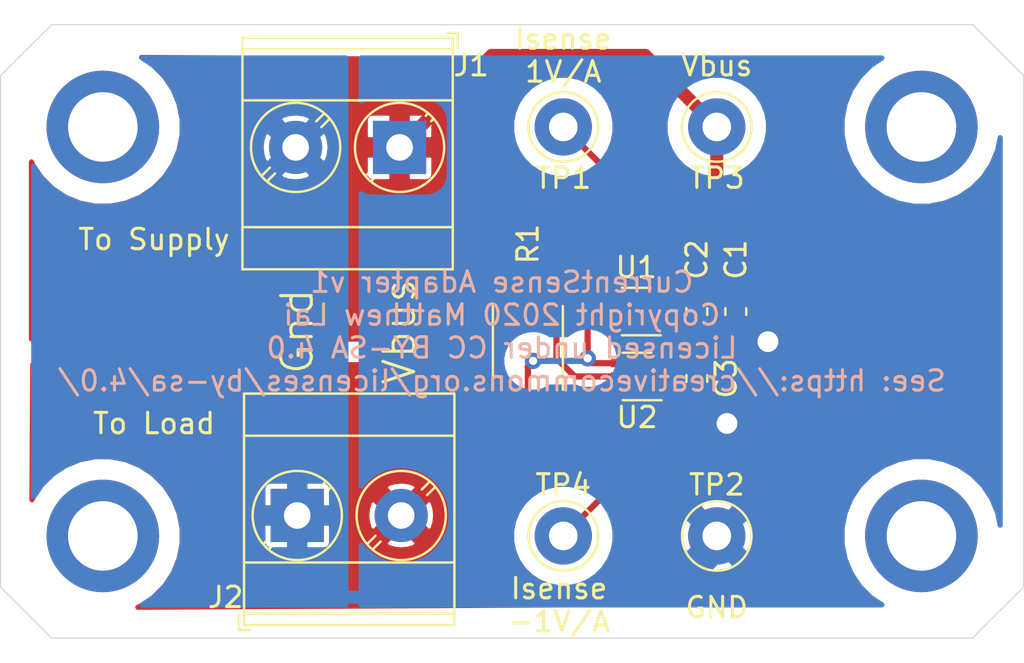
<source format=kicad_pcb>
(kicad_pcb (version 20171130) (host pcbnew "(5.1.6)-1")

  (general
    (thickness 1.6)
    (drawings 20)
    (tracks 72)
    (zones 0)
    (modules 12)
    (nets 6)
  )

  (page A4)
  (layers
    (0 F.Cu signal)
    (31 B.Cu signal)
    (32 B.Adhes user)
    (33 F.Adhes user)
    (34 B.Paste user)
    (35 F.Paste user)
    (36 B.SilkS user)
    (37 F.SilkS user)
    (38 B.Mask user)
    (39 F.Mask user)
    (40 Dwgs.User user)
    (41 Cmts.User user)
    (42 Eco1.User user)
    (43 Eco2.User user)
    (44 Edge.Cuts user)
    (45 Margin user)
    (46 B.CrtYd user)
    (47 F.CrtYd user)
    (48 B.Fab user)
    (49 F.Fab user)
  )

  (setup
    (last_trace_width 0.25)
    (user_trace_width 0.2032)
    (user_trace_width 0.3048)
    (user_trace_width 0.635)
    (user_trace_width 1.27)
    (user_trace_width 2.54)
    (user_trace_width 4.572)
    (trace_clearance 0.2)
    (zone_clearance 1)
    (zone_45_only no)
    (trace_min 0.2)
    (via_size 0.8)
    (via_drill 0.4)
    (via_min_size 0.4)
    (via_min_drill 0.3)
    (user_via 2.032 1.016)
    (uvia_size 0.3)
    (uvia_drill 0.1)
    (uvias_allowed no)
    (uvia_min_size 0.2)
    (uvia_min_drill 0.1)
    (edge_width 0.05)
    (segment_width 0.2)
    (pcb_text_width 0.3)
    (pcb_text_size 1.5 1.5)
    (mod_edge_width 0.12)
    (mod_text_size 1 1)
    (mod_text_width 0.15)
    (pad_size 1.524 1.524)
    (pad_drill 0.762)
    (pad_to_mask_clearance 0.05)
    (aux_axis_origin 0 0)
    (visible_elements 7FFFFFFF)
    (pcbplotparams
      (layerselection 0x010fc_ffffffff)
      (usegerberextensions true)
      (usegerberattributes true)
      (usegerberadvancedattributes true)
      (creategerberjobfile false)
      (excludeedgelayer true)
      (linewidth 0.100000)
      (plotframeref false)
      (viasonmask false)
      (mode 1)
      (useauxorigin false)
      (hpglpennumber 1)
      (hpglpenspeed 20)
      (hpglpendiameter 15.000000)
      (psnegative false)
      (psa4output false)
      (plotreference true)
      (plotvalue true)
      (plotinvisibletext false)
      (padsonsilk false)
      (subtractmaskfromsilk false)
      (outputformat 1)
      (mirror false)
      (drillshape 0)
      (scaleselection 1)
      (outputdirectory "fab1/"))
  )

  (net 0 "")
  (net 1 GND)
  (net 2 VDD)
  (net 3 /SENSE_N)
  (net 4 "Net-(TP1-Pad1)")
  (net 5 "Net-(TP4-Pad1)")

  (net_class Default "This is the default net class."
    (clearance 0.2)
    (trace_width 0.25)
    (via_dia 0.8)
    (via_drill 0.4)
    (uvia_dia 0.3)
    (uvia_drill 0.1)
    (add_net /SENSE_N)
    (add_net GND)
    (add_net "Net-(TP1-Pad1)")
    (add_net "Net-(TP4-Pad1)")
    (add_net VDD)
  )

  (module TestPoint:TestPoint_Loop_D2.60mm_Drill1.4mm_Beaded (layer F.Cu) (tedit 5A0F774F) (tstamp 5F22C6F0)
    (at 130 100)
    (descr "wire loop with bead as test point, loop diameter2.6mm, hole diameter 1.4mm")
    (tags "test point wire loop bead")
    (path /5F24EFD6)
    (fp_text reference TP4 (at 0 -2.5) (layer F.SilkS)
      (effects (font (size 1 1) (thickness 0.15)))
    )
    (fp_text value TestPoint (at 0 -2.8) (layer F.Fab)
      (effects (font (size 1 1) (thickness 0.15)))
    )
    (fp_line (start -1.3 -0.3) (end -1.3 0.3) (layer F.Fab) (width 0.12))
    (fp_line (start -1.3 0.3) (end 1.3 0.3) (layer F.Fab) (width 0.12))
    (fp_line (start 1.3 0.3) (end 1.3 -0.3) (layer F.Fab) (width 0.12))
    (fp_line (start 1.3 -0.3) (end -1.3 -0.3) (layer F.Fab) (width 0.12))
    (fp_circle (center 0 0) (end 2 0) (layer F.CrtYd) (width 0.05))
    (fp_circle (center 0 0) (end 1.7 0) (layer F.SilkS) (width 0.12))
    (fp_circle (center 0 0) (end 1.5 0) (layer F.Fab) (width 0.12))
    (fp_text user %R (at 0.7 2.5) (layer F.Fab)
      (effects (font (size 1 1) (thickness 0.15)))
    )
    (pad 1 thru_hole circle (at 0 0) (size 2.8 2.8) (drill 1.4) (layers *.Cu *.Mask)
      (net 5 "Net-(TP4-Pad1)"))
    (model ${KISYS3DMOD}/TestPoint.3dshapes/TestPoint_Loop_D2.60mm_Drill1.4mm_Beaded.wrl
      (at (xyz 0 0 0))
      (scale (xyz 1 1 1))
      (rotate (xyz 0 0 0))
    )
  )

  (module TestPoint:TestPoint_Loop_D2.60mm_Drill1.4mm_Beaded (layer F.Cu) (tedit 5A0F774F) (tstamp 5F22BEF6)
    (at 137.5 80)
    (descr "wire loop with bead as test point, loop diameter2.6mm, hole diameter 1.4mm")
    (tags "test point wire loop bead")
    (path /5F24557E)
    (fp_text reference TP3 (at 0 2.5) (layer F.SilkS)
      (effects (font (size 1 1) (thickness 0.15)))
    )
    (fp_text value TestPoint (at 0 -2.8) (layer F.Fab)
      (effects (font (size 1 1) (thickness 0.15)))
    )
    (fp_line (start -1.3 -0.3) (end -1.3 0.3) (layer F.Fab) (width 0.12))
    (fp_line (start -1.3 0.3) (end 1.3 0.3) (layer F.Fab) (width 0.12))
    (fp_line (start 1.3 0.3) (end 1.3 -0.3) (layer F.Fab) (width 0.12))
    (fp_line (start 1.3 -0.3) (end -1.3 -0.3) (layer F.Fab) (width 0.12))
    (fp_circle (center 0 0) (end 2 0) (layer F.CrtYd) (width 0.05))
    (fp_circle (center 0 0) (end 1.7 0) (layer F.SilkS) (width 0.12))
    (fp_circle (center 0 0) (end 1.5 0) (layer F.Fab) (width 0.12))
    (fp_text user %R (at 0.7 2.5) (layer F.Fab)
      (effects (font (size 1 1) (thickness 0.15)))
    )
    (pad 1 thru_hole circle (at 0 0) (size 2.8 2.8) (drill 1.4) (layers *.Cu *.Mask)
      (net 2 VDD))
    (model ${KISYS3DMOD}/TestPoint.3dshapes/TestPoint_Loop_D2.60mm_Drill1.4mm_Beaded.wrl
      (at (xyz 0 0 0))
      (scale (xyz 1 1 1))
      (rotate (xyz 0 0 0))
    )
  )

  (module TestPoint:TestPoint_Loop_D2.60mm_Drill1.4mm_Beaded (layer F.Cu) (tedit 5A0F774F) (tstamp 5F22B52B)
    (at 137.5 100)
    (descr "wire loop with bead as test point, loop diameter2.6mm, hole diameter 1.4mm")
    (tags "test point wire loop bead")
    (path /5F241F9D)
    (fp_text reference TP2 (at 0 -2.5) (layer F.SilkS)
      (effects (font (size 1 1) (thickness 0.15)))
    )
    (fp_text value TestPoint (at 0 -2.8) (layer F.Fab)
      (effects (font (size 1 1) (thickness 0.15)))
    )
    (fp_line (start -1.3 -0.3) (end -1.3 0.3) (layer F.Fab) (width 0.12))
    (fp_line (start -1.3 0.3) (end 1.3 0.3) (layer F.Fab) (width 0.12))
    (fp_line (start 1.3 0.3) (end 1.3 -0.3) (layer F.Fab) (width 0.12))
    (fp_line (start 1.3 -0.3) (end -1.3 -0.3) (layer F.Fab) (width 0.12))
    (fp_circle (center 0 0) (end 2 0) (layer F.CrtYd) (width 0.05))
    (fp_circle (center 0 0) (end 1.7 0) (layer F.SilkS) (width 0.12))
    (fp_circle (center 0 0) (end 1.5 0) (layer F.Fab) (width 0.12))
    (fp_text user %R (at 0.7 2.5) (layer F.Fab)
      (effects (font (size 1 1) (thickness 0.15)))
    )
    (pad 1 thru_hole circle (at 0 0) (size 2.8 2.8) (drill 1.4) (layers *.Cu *.Mask)
      (net 1 GND))
    (model ${KISYS3DMOD}/TestPoint.3dshapes/TestPoint_Loop_D2.60mm_Drill1.4mm_Beaded.wrl
      (at (xyz 0 0 0))
      (scale (xyz 1 1 1))
      (rotate (xyz 0 0 0))
    )
  )

  (module TestPoint:TestPoint_Loop_D2.60mm_Drill1.4mm_Beaded (layer F.Cu) (tedit 5A0F774F) (tstamp 5F22B51E)
    (at 130 80)
    (descr "wire loop with bead as test point, loop diameter2.6mm, hole diameter 1.4mm")
    (tags "test point wire loop bead")
    (path /5F23386A)
    (fp_text reference TP1 (at 0 2.5) (layer F.SilkS)
      (effects (font (size 1 1) (thickness 0.15)))
    )
    (fp_text value TestPoint (at 0 -2.8) (layer F.Fab)
      (effects (font (size 1 1) (thickness 0.15)))
    )
    (fp_line (start -1.3 -0.3) (end -1.3 0.3) (layer F.Fab) (width 0.12))
    (fp_line (start -1.3 0.3) (end 1.3 0.3) (layer F.Fab) (width 0.12))
    (fp_line (start 1.3 0.3) (end 1.3 -0.3) (layer F.Fab) (width 0.12))
    (fp_line (start 1.3 -0.3) (end -1.3 -0.3) (layer F.Fab) (width 0.12))
    (fp_circle (center 0 0) (end 2 0) (layer F.CrtYd) (width 0.05))
    (fp_circle (center 0 0) (end 1.7 0) (layer F.SilkS) (width 0.12))
    (fp_circle (center 0 0) (end 1.5 0) (layer F.Fab) (width 0.12))
    (fp_text user %R (at 0.7 2.5) (layer F.Fab)
      (effects (font (size 1 1) (thickness 0.15)))
    )
    (pad 1 thru_hole circle (at 0 0) (size 2.8 2.8) (drill 1.4) (layers *.Cu *.Mask)
      (net 4 "Net-(TP1-Pad1)"))
    (model ${KISYS3DMOD}/TestPoint.3dshapes/TestPoint_Loop_D2.60mm_Drill1.4mm_Beaded.wrl
      (at (xyz 0 0 0))
      (scale (xyz 1 1 1))
      (rotate (xyz 0 0 0))
    )
  )

  (module Package_TO_SOT_SMD:SOT-363_SC-70-6 (layer F.Cu) (tedit 5A02FF57) (tstamp 5F22C730)
    (at 133.604 92.202 180)
    (descr "SOT-363, SC-70-6")
    (tags "SOT-363 SC-70-6")
    (path /5F24EFB2)
    (attr smd)
    (fp_text reference U2 (at 0 -2) (layer F.SilkS)
      (effects (font (size 1 1) (thickness 0.15)))
    )
    (fp_text value "INA213 (50V/V)" (at 0 2 180) (layer F.Fab)
      (effects (font (size 1 1) (thickness 0.15)))
    )
    (fp_line (start 0.7 -1.16) (end -1.2 -1.16) (layer F.SilkS) (width 0.12))
    (fp_line (start -0.7 1.16) (end 0.7 1.16) (layer F.SilkS) (width 0.12))
    (fp_line (start 1.6 1.4) (end 1.6 -1.4) (layer F.CrtYd) (width 0.05))
    (fp_line (start -1.6 -1.4) (end -1.6 1.4) (layer F.CrtYd) (width 0.05))
    (fp_line (start -1.6 -1.4) (end 1.6 -1.4) (layer F.CrtYd) (width 0.05))
    (fp_line (start 0.675 -1.1) (end -0.175 -1.1) (layer F.Fab) (width 0.1))
    (fp_line (start -0.675 -0.6) (end -0.675 1.1) (layer F.Fab) (width 0.1))
    (fp_line (start -1.6 1.4) (end 1.6 1.4) (layer F.CrtYd) (width 0.05))
    (fp_line (start 0.675 -1.1) (end 0.675 1.1) (layer F.Fab) (width 0.1))
    (fp_line (start 0.675 1.1) (end -0.675 1.1) (layer F.Fab) (width 0.1))
    (fp_line (start -0.175 -1.1) (end -0.675 -0.6) (layer F.Fab) (width 0.1))
    (fp_text user %R (at 0 0 90) (layer F.Fab)
      (effects (font (size 0.5 0.5) (thickness 0.075)))
    )
    (pad 6 smd rect (at 0.95 -0.65 180) (size 0.65 0.4) (layers F.Cu F.Paste F.Mask)
      (net 5 "Net-(TP4-Pad1)"))
    (pad 4 smd rect (at 0.95 0.65 180) (size 0.65 0.4) (layers F.Cu F.Paste F.Mask)
      (net 3 /SENSE_N))
    (pad 2 smd rect (at -0.95 0 180) (size 0.65 0.4) (layers F.Cu F.Paste F.Mask)
      (net 1 GND))
    (pad 5 smd rect (at 0.95 0 180) (size 0.65 0.4) (layers F.Cu F.Paste F.Mask)
      (net 2 VDD))
    (pad 3 smd rect (at -0.95 0.65 180) (size 0.65 0.4) (layers F.Cu F.Paste F.Mask)
      (net 2 VDD))
    (pad 1 smd rect (at -0.95 -0.65 180) (size 0.65 0.4) (layers F.Cu F.Paste F.Mask)
      (net 1 GND))
    (model ${KISYS3DMOD}/Package_TO_SOT_SMD.3dshapes/SOT-363_SC-70-6.wrl
      (at (xyz 0 0 0))
      (scale (xyz 1 1 1))
      (rotate (xyz 0 0 0))
    )
  )

  (module Resistor_SMD:R_0603_1608Metric (layer F.Cu) (tedit 5B301BBD) (tstamp 5F22C5CF)
    (at 136.525 92.3035 270)
    (descr "Resistor SMD 0603 (1608 Metric), square (rectangular) end terminal, IPC_7351 nominal, (Body size source: http://www.tortai-tech.com/upload/download/2011102023233369053.pdf), generated with kicad-footprint-generator")
    (tags resistor)
    (path /5F25441B)
    (attr smd)
    (fp_text reference C3 (at 0 -1.43 90) (layer F.SilkS)
      (effects (font (size 1 1) (thickness 0.15)))
    )
    (fp_text value 0.1uF/50V (at 0 1.43 90) (layer F.Fab)
      (effects (font (size 1 1) (thickness 0.15)))
    )
    (fp_line (start -0.8 0.4) (end -0.8 -0.4) (layer F.Fab) (width 0.1))
    (fp_line (start -0.8 -0.4) (end 0.8 -0.4) (layer F.Fab) (width 0.1))
    (fp_line (start 0.8 -0.4) (end 0.8 0.4) (layer F.Fab) (width 0.1))
    (fp_line (start 0.8 0.4) (end -0.8 0.4) (layer F.Fab) (width 0.1))
    (fp_line (start -0.162779 -0.51) (end 0.162779 -0.51) (layer F.SilkS) (width 0.12))
    (fp_line (start -0.162779 0.51) (end 0.162779 0.51) (layer F.SilkS) (width 0.12))
    (fp_line (start -1.48 0.73) (end -1.48 -0.73) (layer F.CrtYd) (width 0.05))
    (fp_line (start -1.48 -0.73) (end 1.48 -0.73) (layer F.CrtYd) (width 0.05))
    (fp_line (start 1.48 -0.73) (end 1.48 0.73) (layer F.CrtYd) (width 0.05))
    (fp_line (start 1.48 0.73) (end -1.48 0.73) (layer F.CrtYd) (width 0.05))
    (fp_text user %R (at 0 0 90) (layer F.Fab)
      (effects (font (size 0.4 0.4) (thickness 0.06)))
    )
    (pad 2 smd roundrect (at 0.7875 0 270) (size 0.875 0.95) (layers F.Cu F.Paste F.Mask) (roundrect_rratio 0.25)
      (net 1 GND))
    (pad 1 smd roundrect (at -0.7875 0 270) (size 0.875 0.95) (layers F.Cu F.Paste F.Mask) (roundrect_rratio 0.25)
      (net 2 VDD))
    (model ${KISYS3DMOD}/Resistor_SMD.3dshapes/R_0603_1608Metric.wrl
      (at (xyz 0 0 0))
      (scale (xyz 1 1 1))
      (rotate (xyz 0 0 0))
    )
  )

  (module Package_TO_SOT_SMD:SOT-363_SC-70-6 (layer F.Cu) (tedit 5A02FF57) (tstamp 5F22B541)
    (at 133.5618 89.027 180)
    (descr "SOT-363, SC-70-6")
    (tags "SOT-363 SC-70-6")
    (path /5F22EFF4)
    (attr smd)
    (fp_text reference U1 (at 0 2.159) (layer F.SilkS)
      (effects (font (size 1 1) (thickness 0.15)))
    )
    (fp_text value "INA213 (50V/V)" (at 0 2 180) (layer F.Fab)
      (effects (font (size 1 1) (thickness 0.15)))
    )
    (fp_line (start 0.7 -1.16) (end -1.2 -1.16) (layer F.SilkS) (width 0.12))
    (fp_line (start -0.7 1.16) (end 0.7 1.16) (layer F.SilkS) (width 0.12))
    (fp_line (start 1.6 1.4) (end 1.6 -1.4) (layer F.CrtYd) (width 0.05))
    (fp_line (start -1.6 -1.4) (end -1.6 1.4) (layer F.CrtYd) (width 0.05))
    (fp_line (start -1.6 -1.4) (end 1.6 -1.4) (layer F.CrtYd) (width 0.05))
    (fp_line (start 0.675 -1.1) (end -0.175 -1.1) (layer F.Fab) (width 0.1))
    (fp_line (start -0.675 -0.6) (end -0.675 1.1) (layer F.Fab) (width 0.1))
    (fp_line (start -1.6 1.4) (end 1.6 1.4) (layer F.CrtYd) (width 0.05))
    (fp_line (start 0.675 -1.1) (end 0.675 1.1) (layer F.Fab) (width 0.1))
    (fp_line (start 0.675 1.1) (end -0.675 1.1) (layer F.Fab) (width 0.1))
    (fp_line (start -0.175 -1.1) (end -0.675 -0.6) (layer F.Fab) (width 0.1))
    (fp_text user %R (at 0 0 90) (layer F.Fab)
      (effects (font (size 0.5 0.5) (thickness 0.075)))
    )
    (pad 6 smd rect (at 0.95 -0.65 180) (size 0.65 0.4) (layers F.Cu F.Paste F.Mask)
      (net 4 "Net-(TP1-Pad1)"))
    (pad 4 smd rect (at 0.95 0.65 180) (size 0.65 0.4) (layers F.Cu F.Paste F.Mask)
      (net 2 VDD))
    (pad 2 smd rect (at -0.95 0 180) (size 0.65 0.4) (layers F.Cu F.Paste F.Mask)
      (net 1 GND))
    (pad 5 smd rect (at 0.95 0 180) (size 0.65 0.4) (layers F.Cu F.Paste F.Mask)
      (net 3 /SENSE_N))
    (pad 3 smd rect (at -0.95 0.65 180) (size 0.65 0.4) (layers F.Cu F.Paste F.Mask)
      (net 2 VDD))
    (pad 1 smd rect (at -0.95 -0.65 180) (size 0.65 0.4) (layers F.Cu F.Paste F.Mask)
      (net 1 GND))
    (model ${KISYS3DMOD}/Package_TO_SOT_SMD.3dshapes/SOT-363_SC-70-6.wrl
      (at (xyz 0 0 0))
      (scale (xyz 1 1 1))
      (rotate (xyz 0 0 0))
    )
  )

  (module Resistor_SMD:R_2512_6332Metric (layer F.Cu) (tedit 5B301BBD) (tstamp 5F22B511)
    (at 128.27 90.805 90)
    (descr "Resistor SMD 2512 (6332 Metric), square (rectangular) end terminal, IPC_7351 nominal, (Body size source: http://www.tortai-tech.com/upload/download/2011102023233369053.pdf), generated with kicad-footprint-generator")
    (tags resistor)
    (path /5F22FC1A)
    (attr smd)
    (fp_text reference R1 (at 5.08 0 90) (layer F.SilkS)
      (effects (font (size 1 1) (thickness 0.15)))
    )
    (fp_text value 0.02R/2W (at 0 2.62 90) (layer F.Fab)
      (effects (font (size 1 1) (thickness 0.15)))
    )
    (fp_line (start -3.15 1.6) (end -3.15 -1.6) (layer F.Fab) (width 0.1))
    (fp_line (start -3.15 -1.6) (end 3.15 -1.6) (layer F.Fab) (width 0.1))
    (fp_line (start 3.15 -1.6) (end 3.15 1.6) (layer F.Fab) (width 0.1))
    (fp_line (start 3.15 1.6) (end -3.15 1.6) (layer F.Fab) (width 0.1))
    (fp_line (start -2.052064 -1.71) (end 2.052064 -1.71) (layer F.SilkS) (width 0.12))
    (fp_line (start -2.052064 1.71) (end 2.052064 1.71) (layer F.SilkS) (width 0.12))
    (fp_line (start -3.82 1.92) (end -3.82 -1.92) (layer F.CrtYd) (width 0.05))
    (fp_line (start -3.82 -1.92) (end 3.82 -1.92) (layer F.CrtYd) (width 0.05))
    (fp_line (start 3.82 -1.92) (end 3.82 1.92) (layer F.CrtYd) (width 0.05))
    (fp_line (start 3.82 1.92) (end -3.82 1.92) (layer F.CrtYd) (width 0.05))
    (fp_text user %R (at 0 0 90) (layer F.Fab)
      (effects (font (size 1 1) (thickness 0.15)))
    )
    (pad 2 smd roundrect (at 2.9 0 90) (size 1.35 3.35) (layers F.Cu F.Paste F.Mask) (roundrect_rratio 0.185185)
      (net 2 VDD))
    (pad 1 smd roundrect (at -2.9 0 90) (size 1.35 3.35) (layers F.Cu F.Paste F.Mask) (roundrect_rratio 0.185185)
      (net 3 /SENSE_N))
    (model ${KISYS3DMOD}/Resistor_SMD.3dshapes/R_2512_6332Metric.wrl
      (at (xyz 0 0 0))
      (scale (xyz 1 1 1))
      (rotate (xyz 0 0 0))
    )
  )

  (module TerminalBlock_Phoenix:TerminalBlock_Phoenix_MKDS-3-2-5.08_1x02_P5.08mm_Horizontal (layer F.Cu) (tedit 5B294F11) (tstamp 5F22B500)
    (at 117 99)
    (descr "Terminal Block Phoenix MKDS-3-2-5.08, 2 pins, pitch 5.08mm, size 10.2x11.2mm^2, drill diamater 1.3mm, pad diameter 2.6mm, see http://www.farnell.com/datasheets/2138224.pdf, script-generated using https://github.com/pointhi/kicad-footprint-generator/scripts/TerminalBlock_Phoenix")
    (tags "THT Terminal Block Phoenix MKDS-3-2-5.08 pitch 5.08mm size 10.2x11.2mm^2 drill 1.3mm pad 2.6mm")
    (path /5F230B7B)
    (fp_text reference J2 (at -3.5 4) (layer F.SilkS)
      (effects (font (size 1 1) (thickness 0.15)))
    )
    (fp_text value Conn_01x02 (at 2.54 6.36) (layer F.Fab)
      (effects (font (size 1 1) (thickness 0.15)))
    )
    (fp_circle (center 0 0) (end 2 0) (layer F.Fab) (width 0.1))
    (fp_circle (center 0 0) (end 2.18 0) (layer F.SilkS) (width 0.12))
    (fp_circle (center 5.08 0) (end 7.08 0) (layer F.Fab) (width 0.1))
    (fp_circle (center 5.08 0) (end 7.26 0) (layer F.SilkS) (width 0.12))
    (fp_line (start -2.54 -5.9) (end 7.62 -5.9) (layer F.Fab) (width 0.1))
    (fp_line (start 7.62 -5.9) (end 7.62 5.3) (layer F.Fab) (width 0.1))
    (fp_line (start 7.62 5.3) (end -2.04 5.3) (layer F.Fab) (width 0.1))
    (fp_line (start -2.04 5.3) (end -2.54 4.8) (layer F.Fab) (width 0.1))
    (fp_line (start -2.54 4.8) (end -2.54 -5.9) (layer F.Fab) (width 0.1))
    (fp_line (start -2.54 4.8) (end 7.62 4.8) (layer F.Fab) (width 0.1))
    (fp_line (start -2.6 4.8) (end 7.68 4.8) (layer F.SilkS) (width 0.12))
    (fp_line (start -2.54 2.3) (end 7.62 2.3) (layer F.Fab) (width 0.1))
    (fp_line (start -2.6 2.3) (end 7.68 2.3) (layer F.SilkS) (width 0.12))
    (fp_line (start -2.54 -3.9) (end 7.62 -3.9) (layer F.Fab) (width 0.1))
    (fp_line (start -2.6 -3.9) (end 7.68 -3.9) (layer F.SilkS) (width 0.12))
    (fp_line (start -2.6 -5.96) (end 7.68 -5.96) (layer F.SilkS) (width 0.12))
    (fp_line (start -2.6 5.36) (end 7.68 5.36) (layer F.SilkS) (width 0.12))
    (fp_line (start -2.6 -5.96) (end -2.6 5.36) (layer F.SilkS) (width 0.12))
    (fp_line (start 7.68 -5.96) (end 7.68 5.36) (layer F.SilkS) (width 0.12))
    (fp_line (start 1.517 -1.273) (end -1.273 1.517) (layer F.Fab) (width 0.1))
    (fp_line (start 1.273 -1.517) (end -1.517 1.273) (layer F.Fab) (width 0.1))
    (fp_line (start 1.654 -1.388) (end 1.547 -1.281) (layer F.SilkS) (width 0.12))
    (fp_line (start -1.282 1.547) (end -1.388 1.654) (layer F.SilkS) (width 0.12))
    (fp_line (start 1.388 -1.654) (end 1.281 -1.547) (layer F.SilkS) (width 0.12))
    (fp_line (start -1.548 1.281) (end -1.654 1.388) (layer F.SilkS) (width 0.12))
    (fp_line (start 6.597 -1.273) (end 3.808 1.517) (layer F.Fab) (width 0.1))
    (fp_line (start 6.353 -1.517) (end 3.564 1.273) (layer F.Fab) (width 0.1))
    (fp_line (start 6.734 -1.388) (end 6.339 -0.992) (layer F.SilkS) (width 0.12))
    (fp_line (start 4.073 1.274) (end 3.693 1.654) (layer F.SilkS) (width 0.12))
    (fp_line (start 6.468 -1.654) (end 6.088 -1.274) (layer F.SilkS) (width 0.12))
    (fp_line (start 3.822 0.992) (end 3.427 1.388) (layer F.SilkS) (width 0.12))
    (fp_line (start -2.84 4.86) (end -2.84 5.6) (layer F.SilkS) (width 0.12))
    (fp_line (start -2.84 5.6) (end -2.34 5.6) (layer F.SilkS) (width 0.12))
    (fp_line (start -3.04 -6.4) (end -3.04 5.8) (layer F.CrtYd) (width 0.05))
    (fp_line (start -3.04 5.8) (end 8.13 5.8) (layer F.CrtYd) (width 0.05))
    (fp_line (start 8.13 5.8) (end 8.13 -6.4) (layer F.CrtYd) (width 0.05))
    (fp_line (start 8.13 -6.4) (end -3.04 -6.4) (layer F.CrtYd) (width 0.05))
    (fp_text user %R (at 2.54 3.1) (layer F.Fab)
      (effects (font (size 1 1) (thickness 0.15)))
    )
    (pad 2 thru_hole circle (at 5.08 0) (size 2.6 2.6) (drill 1.3) (layers *.Cu *.Mask)
      (net 3 /SENSE_N))
    (pad 1 thru_hole rect (at 0 0) (size 2.6 2.6) (drill 1.3) (layers *.Cu *.Mask)
      (net 1 GND))
    (model ${KISYS3DMOD}/TerminalBlock_Phoenix.3dshapes/TerminalBlock_Phoenix_MKDS-3-2-5.08_1x02_P5.08mm_Horizontal.wrl
      (at (xyz 0 0 0))
      (scale (xyz 1 1 1))
      (rotate (xyz 0 0 0))
    )
  )

  (module TerminalBlock_Phoenix:TerminalBlock_Phoenix_MKDS-3-2-5.08_1x02_P5.08mm_Horizontal (layer F.Cu) (tedit 5B294F11) (tstamp 5F22B4D4)
    (at 122 81 180)
    (descr "Terminal Block Phoenix MKDS-3-2-5.08, 2 pins, pitch 5.08mm, size 10.2x11.2mm^2, drill diamater 1.3mm, pad diameter 2.6mm, see http://www.farnell.com/datasheets/2138224.pdf, script-generated using https://github.com/pointhi/kicad-footprint-generator/scripts/TerminalBlock_Phoenix")
    (tags "THT Terminal Block Phoenix MKDS-3-2-5.08 pitch 5.08mm size 10.2x11.2mm^2 drill 1.3mm pad 2.6mm")
    (path /5F22A4EA)
    (fp_text reference J1 (at -3.5 4) (layer F.SilkS)
      (effects (font (size 1 1) (thickness 0.15)))
    )
    (fp_text value Conn_01x02 (at 2.54 6.36) (layer F.Fab)
      (effects (font (size 1 1) (thickness 0.15)))
    )
    (fp_circle (center 0 0) (end 2 0) (layer F.Fab) (width 0.1))
    (fp_circle (center 0 0) (end 2.18 0) (layer F.SilkS) (width 0.12))
    (fp_circle (center 5.08 0) (end 7.08 0) (layer F.Fab) (width 0.1))
    (fp_circle (center 5.08 0) (end 7.26 0) (layer F.SilkS) (width 0.12))
    (fp_line (start -2.54 -5.9) (end 7.62 -5.9) (layer F.Fab) (width 0.1))
    (fp_line (start 7.62 -5.9) (end 7.62 5.3) (layer F.Fab) (width 0.1))
    (fp_line (start 7.62 5.3) (end -2.04 5.3) (layer F.Fab) (width 0.1))
    (fp_line (start -2.04 5.3) (end -2.54 4.8) (layer F.Fab) (width 0.1))
    (fp_line (start -2.54 4.8) (end -2.54 -5.9) (layer F.Fab) (width 0.1))
    (fp_line (start -2.54 4.8) (end 7.62 4.8) (layer F.Fab) (width 0.1))
    (fp_line (start -2.6 4.8) (end 7.68 4.8) (layer F.SilkS) (width 0.12))
    (fp_line (start -2.54 2.3) (end 7.62 2.3) (layer F.Fab) (width 0.1))
    (fp_line (start -2.6 2.3) (end 7.68 2.3) (layer F.SilkS) (width 0.12))
    (fp_line (start -2.54 -3.9) (end 7.62 -3.9) (layer F.Fab) (width 0.1))
    (fp_line (start -2.6 -3.9) (end 7.68 -3.9) (layer F.SilkS) (width 0.12))
    (fp_line (start -2.6 -5.96) (end 7.68 -5.96) (layer F.SilkS) (width 0.12))
    (fp_line (start -2.6 5.36) (end 7.68 5.36) (layer F.SilkS) (width 0.12))
    (fp_line (start -2.6 -5.96) (end -2.6 5.36) (layer F.SilkS) (width 0.12))
    (fp_line (start 7.68 -5.96) (end 7.68 5.36) (layer F.SilkS) (width 0.12))
    (fp_line (start 1.517 -1.273) (end -1.273 1.517) (layer F.Fab) (width 0.1))
    (fp_line (start 1.273 -1.517) (end -1.517 1.273) (layer F.Fab) (width 0.1))
    (fp_line (start 1.654 -1.388) (end 1.547 -1.281) (layer F.SilkS) (width 0.12))
    (fp_line (start -1.282 1.547) (end -1.388 1.654) (layer F.SilkS) (width 0.12))
    (fp_line (start 1.388 -1.654) (end 1.281 -1.547) (layer F.SilkS) (width 0.12))
    (fp_line (start -1.548 1.281) (end -1.654 1.388) (layer F.SilkS) (width 0.12))
    (fp_line (start 6.597 -1.273) (end 3.808 1.517) (layer F.Fab) (width 0.1))
    (fp_line (start 6.353 -1.517) (end 3.564 1.273) (layer F.Fab) (width 0.1))
    (fp_line (start 6.734 -1.388) (end 6.339 -0.992) (layer F.SilkS) (width 0.12))
    (fp_line (start 4.073 1.274) (end 3.693 1.654) (layer F.SilkS) (width 0.12))
    (fp_line (start 6.468 -1.654) (end 6.088 -1.274) (layer F.SilkS) (width 0.12))
    (fp_line (start 3.822 0.992) (end 3.427 1.388) (layer F.SilkS) (width 0.12))
    (fp_line (start -2.84 4.86) (end -2.84 5.6) (layer F.SilkS) (width 0.12))
    (fp_line (start -2.84 5.6) (end -2.34 5.6) (layer F.SilkS) (width 0.12))
    (fp_line (start -3.04 -6.4) (end -3.04 5.8) (layer F.CrtYd) (width 0.05))
    (fp_line (start -3.04 5.8) (end 8.13 5.8) (layer F.CrtYd) (width 0.05))
    (fp_line (start 8.13 5.8) (end 8.13 -6.4) (layer F.CrtYd) (width 0.05))
    (fp_line (start 8.13 -6.4) (end -3.04 -6.4) (layer F.CrtYd) (width 0.05))
    (fp_text user %R (at 2.54 3.1) (layer F.Fab)
      (effects (font (size 1 1) (thickness 0.15)))
    )
    (pad 2 thru_hole circle (at 5.08 0 180) (size 2.6 2.6) (drill 1.3) (layers *.Cu *.Mask)
      (net 1 GND))
    (pad 1 thru_hole rect (at 0 0 180) (size 2.6 2.6) (drill 1.3) (layers *.Cu *.Mask)
      (net 2 VDD))
    (model ${KISYS3DMOD}/TerminalBlock_Phoenix.3dshapes/TerminalBlock_Phoenix_MKDS-3-2-5.08_1x02_P5.08mm_Horizontal.wrl
      (at (xyz 0 0 0))
      (scale (xyz 1 1 1))
      (rotate (xyz 0 0 0))
    )
  )

  (module Resistor_SMD:R_0603_1608Metric (layer F.Cu) (tedit 5B301BBD) (tstamp 5F22B4A8)
    (at 136.525 89.027 270)
    (descr "Resistor SMD 0603 (1608 Metric), square (rectangular) end terminal, IPC_7351 nominal, (Body size source: http://www.tortai-tech.com/upload/download/2011102023233369053.pdf), generated with kicad-footprint-generator")
    (tags resistor)
    (path /5F23ACBC)
    (attr smd)
    (fp_text reference C2 (at -2.54 0 90) (layer F.SilkS)
      (effects (font (size 1 1) (thickness 0.15)))
    )
    (fp_text value 0.1uF/50V (at 0 1.43 90) (layer F.Fab)
      (effects (font (size 1 1) (thickness 0.15)))
    )
    (fp_line (start -0.8 0.4) (end -0.8 -0.4) (layer F.Fab) (width 0.1))
    (fp_line (start -0.8 -0.4) (end 0.8 -0.4) (layer F.Fab) (width 0.1))
    (fp_line (start 0.8 -0.4) (end 0.8 0.4) (layer F.Fab) (width 0.1))
    (fp_line (start 0.8 0.4) (end -0.8 0.4) (layer F.Fab) (width 0.1))
    (fp_line (start -0.162779 -0.51) (end 0.162779 -0.51) (layer F.SilkS) (width 0.12))
    (fp_line (start -0.162779 0.51) (end 0.162779 0.51) (layer F.SilkS) (width 0.12))
    (fp_line (start -1.48 0.73) (end -1.48 -0.73) (layer F.CrtYd) (width 0.05))
    (fp_line (start -1.48 -0.73) (end 1.48 -0.73) (layer F.CrtYd) (width 0.05))
    (fp_line (start 1.48 -0.73) (end 1.48 0.73) (layer F.CrtYd) (width 0.05))
    (fp_line (start 1.48 0.73) (end -1.48 0.73) (layer F.CrtYd) (width 0.05))
    (fp_text user %R (at 0 0 90) (layer F.Fab)
      (effects (font (size 0.4 0.4) (thickness 0.06)))
    )
    (pad 2 smd roundrect (at 0.7875 0 270) (size 0.875 0.95) (layers F.Cu F.Paste F.Mask) (roundrect_rratio 0.25)
      (net 1 GND))
    (pad 1 smd roundrect (at -0.7875 0 270) (size 0.875 0.95) (layers F.Cu F.Paste F.Mask) (roundrect_rratio 0.25)
      (net 2 VDD))
    (model ${KISYS3DMOD}/Resistor_SMD.3dshapes/R_0603_1608Metric.wrl
      (at (xyz 0 0 0))
      (scale (xyz 1 1 1))
      (rotate (xyz 0 0 0))
    )
  )

  (module Resistor_SMD:R_0603_1608Metric (layer F.Cu) (tedit 5B301BBD) (tstamp 5F22B497)
    (at 138.43 89.027 270)
    (descr "Resistor SMD 0603 (1608 Metric), square (rectangular) end terminal, IPC_7351 nominal, (Body size source: http://www.tortai-tech.com/upload/download/2011102023233369053.pdf), generated with kicad-footprint-generator")
    (tags resistor)
    (path /5F23DAA6)
    (attr smd)
    (fp_text reference C1 (at -2.54 0 90) (layer F.SilkS)
      (effects (font (size 1 1) (thickness 0.15)))
    )
    (fp_text value 1uF/50V (at 0 1.43 90) (layer F.Fab)
      (effects (font (size 1 1) (thickness 0.15)))
    )
    (fp_line (start -0.8 0.4) (end -0.8 -0.4) (layer F.Fab) (width 0.1))
    (fp_line (start -0.8 -0.4) (end 0.8 -0.4) (layer F.Fab) (width 0.1))
    (fp_line (start 0.8 -0.4) (end 0.8 0.4) (layer F.Fab) (width 0.1))
    (fp_line (start 0.8 0.4) (end -0.8 0.4) (layer F.Fab) (width 0.1))
    (fp_line (start -0.162779 -0.51) (end 0.162779 -0.51) (layer F.SilkS) (width 0.12))
    (fp_line (start -0.162779 0.51) (end 0.162779 0.51) (layer F.SilkS) (width 0.12))
    (fp_line (start -1.48 0.73) (end -1.48 -0.73) (layer F.CrtYd) (width 0.05))
    (fp_line (start -1.48 -0.73) (end 1.48 -0.73) (layer F.CrtYd) (width 0.05))
    (fp_line (start 1.48 -0.73) (end 1.48 0.73) (layer F.CrtYd) (width 0.05))
    (fp_line (start 1.48 0.73) (end -1.48 0.73) (layer F.CrtYd) (width 0.05))
    (fp_text user %R (at 0 0 90) (layer F.Fab)
      (effects (font (size 0.4 0.4) (thickness 0.06)))
    )
    (pad 2 smd roundrect (at 0.7875 0 270) (size 0.875 0.95) (layers F.Cu F.Paste F.Mask) (roundrect_rratio 0.25)
      (net 1 GND))
    (pad 1 smd roundrect (at -0.7875 0 270) (size 0.875 0.95) (layers F.Cu F.Paste F.Mask) (roundrect_rratio 0.25)
      (net 2 VDD))
    (model ${KISYS3DMOD}/Resistor_SMD.3dshapes/R_0603_1608Metric.wrl
      (at (xyz 0 0 0))
      (scale (xyz 1 1 1))
      (rotate (xyz 0 0 0))
    )
  )

  (gr_text "CurrentSense Adapter v1\nCopyright 2020 Matthew Lai\nLicensed under CC BY-SA 4.0\nSee: https://creativecommons.org/licenses/by-sa/4.0/" (at 127 90) (layer B.SilkS)
    (effects (font (size 1 1) (thickness 0.15)) (justify mirror))
  )
  (gr_text "To Load" (at 110 94.5) (layer F.SilkS)
    (effects (font (size 1 1) (thickness 0.15)))
  )
  (gr_text "To Supply" (at 110 85.5) (layer F.SilkS)
    (effects (font (size 1 1) (thickness 0.15)))
  )
  (gr_text Vbus (at 122 90 90) (layer F.SilkS)
    (effects (font (size 1.5 1.5) (thickness 0.15)))
  )
  (gr_text Gnd (at 117 90 90) (layer F.SilkS)
    (effects (font (size 1.5 1.5) (thickness 0.15)))
  )
  (gr_line (start 105 105) (end 115 105) (layer Edge.Cuts) (width 0.05) (tstamp 5F22CBA7))
  (gr_line (start 102.5 102.5) (end 105 105) (layer Edge.Cuts) (width 0.05))
  (gr_line (start 102.5 77.5) (end 102.5 102.5) (layer Edge.Cuts) (width 0.05))
  (gr_line (start 105 75) (end 102.5 77.5) (layer Edge.Cuts) (width 0.05))
  (gr_line (start 107.5 75) (end 105 75) (layer Edge.Cuts) (width 0.05))
  (gr_line (start 115 75) (end 107.5 75) (layer Edge.Cuts) (width 0.05))
  (gr_text "Isense\n-1V/A" (at 129.794 103.378) (layer F.SilkS) (tstamp 5F22CA04)
    (effects (font (size 1 1) (thickness 0.15)))
  )
  (gr_line (start 150 75) (end 115 75) (layer Edge.Cuts) (width 0.05) (tstamp 5F22C344))
  (gr_line (start 152.5 77.5) (end 150 75) (layer Edge.Cuts) (width 0.05))
  (gr_line (start 152.5 102.5) (end 152.5 77.5) (layer Edge.Cuts) (width 0.05))
  (gr_line (start 150 105) (end 152.5 102.5) (layer Edge.Cuts) (width 0.05))
  (gr_line (start 115 105) (end 150 105) (layer Edge.Cuts) (width 0.05))
  (gr_text Vbus (at 137.5 77) (layer F.SilkS)
    (effects (font (size 1 1) (thickness 0.15)))
  )
  (gr_text GND (at 137.5 103.5) (layer F.SilkS)
    (effects (font (size 1 1) (thickness 0.15)))
  )
  (gr_text "Isense\n1V/A" (at 130 76.5) (layer F.SilkS)
    (effects (font (size 1 1) (thickness 0.15)))
  )

  (via (at 147.5 80) (size 5.5) (drill 3.4) (layers F.Cu B.Cu) (net 0) (status 40000))
  (via (at 147.5 100) (size 5.5) (drill 3.4) (layers F.Cu B.Cu) (net 0) (tstamp 5F22C357) (status 40000))
  (via (at 107.5 80) (size 5.5) (drill 3.4) (layers F.Cu B.Cu) (net 0) (tstamp 5F22CBA3) (status 40000))
  (via (at 107.5 100) (size 5.5) (drill 3.4) (layers F.Cu B.Cu) (net 0) (tstamp 5F22CBA5) (status 40000))
  (segment (start 138.43 89.8145) (end 136.525 89.8145) (width 0.3048) (layer F.Cu) (net 1))
  (segment (start 134.5118 89.027) (end 135.255 89.027) (width 0.3048) (layer F.Cu) (net 1))
  (segment (start 136.0425 89.8145) (end 136.525 89.8145) (width 0.3048) (layer F.Cu) (net 1))
  (segment (start 135.255 89.027) (end 136.0425 89.8145) (width 0.3048) (layer F.Cu) (net 1))
  (segment (start 136.3875 89.677) (end 136.525 89.8145) (width 0.3048) (layer F.Cu) (net 1))
  (segment (start 134.5118 89.677) (end 136.3875 89.677) (width 0.3048) (layer F.Cu) (net 1))
  (segment (start 134.554 92.202) (end 135.128 92.202) (width 0.3048) (layer F.Cu) (net 1))
  (segment (start 136.017 93.091) (end 136.525 93.091) (width 0.3048) (layer F.Cu) (net 1))
  (segment (start 135.128 92.202) (end 136.017 93.091) (width 0.3048) (layer F.Cu) (net 1))
  (segment (start 136.286 92.852) (end 136.525 93.091) (width 0.3048) (layer F.Cu) (net 1))
  (segment (start 134.554 92.852) (end 136.286 92.852) (width 0.3048) (layer F.Cu) (net 1))
  (segment (start 117 99) (end 117 101) (width 0.635) (layer B.Cu) (net 1))
  (segment (start 117 101) (end 119 103) (width 0.635) (layer B.Cu) (net 1))
  (segment (start 119 103) (end 135.5 103) (width 0.635) (layer B.Cu) (net 1))
  (segment (start 137.5 101) (end 137.5 100) (width 0.635) (layer B.Cu) (net 1))
  (segment (start 135.5 103) (end 137.5 101) (width 0.635) (layer B.Cu) (net 1))
  (via (at 140 90.5) (size 2.032) (drill 1.016) (layers F.Cu B.Cu) (net 1))
  (segment (start 138.43 89.8145) (end 139.3145 89.8145) (width 0.3048) (layer F.Cu) (net 1))
  (segment (start 139.3145 89.8145) (end 140 90.5) (width 0.3048) (layer F.Cu) (net 1))
  (via (at 138 94.5) (size 2.032) (drill 1.016) (layers F.Cu B.Cu) (net 1))
  (segment (start 136.525 93.091) (end 136.591 93.091) (width 0.3048) (layer F.Cu) (net 1))
  (segment (start 136.591 93.091) (end 138 94.5) (width 0.3048) (layer F.Cu) (net 1))
  (segment (start 138.43 88.2395) (end 136.525 88.2395) (width 0.635) (layer F.Cu) (net 2))
  (segment (start 136.3875 88.377) (end 136.525 88.2395) (width 0.3048) (layer F.Cu) (net 2))
  (segment (start 134.5118 88.377) (end 136.3875 88.377) (width 0.3048) (layer F.Cu) (net 2))
  (segment (start 132.6118 88.377) (end 131.841 88.377) (width 0.3048) (layer F.Cu) (net 2))
  (segment (start 131.841 88.377) (end 130.429 89.789) (width 0.3048) (layer F.Cu) (net 2))
  (segment (start 128.27 89.027) (end 128.27 87.905) (width 0.3048) (layer F.Cu) (net 2))
  (segment (start 129.032 89.789) (end 128.27 89.027) (width 0.3048) (layer F.Cu) (net 2))
  (segment (start 132.654 92.202) (end 130.556 92.202) (width 0.3048) (layer F.Cu) (net 2))
  (segment (start 129.667 91.313) (end 129.667 89.789) (width 0.3048) (layer F.Cu) (net 2))
  (segment (start 130.556 92.202) (end 129.667 91.313) (width 0.3048) (layer F.Cu) (net 2))
  (segment (start 130.429 89.789) (end 129.667 89.789) (width 0.3048) (layer F.Cu) (net 2))
  (segment (start 129.667 89.789) (end 129.032 89.789) (width 0.3048) (layer F.Cu) (net 2))
  (segment (start 136.489 91.552) (end 136.525 91.516) (width 0.3048) (layer F.Cu) (net 2))
  (segment (start 134.554 91.552) (end 136.489 91.552) (width 0.3048) (layer F.Cu) (net 2))
  (segment (start 136.982 91.516) (end 136.525 91.516) (width 0.635) (layer F.Cu) (net 2))
  (segment (start 138.049 92.583) (end 136.982 91.516) (width 0.635) (layer F.Cu) (net 2))
  (segment (start 141.0715 88.2395) (end 142.113 89.281) (width 0.635) (layer F.Cu) (net 2))
  (segment (start 142.113 89.281) (end 142.113 92.329) (width 0.635) (layer F.Cu) (net 2))
  (segment (start 142.113 92.329) (end 141.859 92.583) (width 0.635) (layer F.Cu) (net 2))
  (segment (start 141.859 92.583) (end 138.049 92.583) (width 0.635) (layer F.Cu) (net 2))
  (segment (start 138.43 88.2395) (end 140.3605 88.2395) (width 0.635) (layer F.Cu) (net 2))
  (segment (start 140.3605 88.2395) (end 140.8175 88.2395) (width 0.635) (layer F.Cu) (net 2))
  (segment (start 140.8175 88.2395) (end 141.0715 88.2395) (width 0.635) (layer F.Cu) (net 2))
  (segment (start 122 81) (end 122 80.5) (width 0.3048) (layer F.Cu) (net 2))
  (segment (start 122 81) (end 126.5 76.5) (width 0.635) (layer F.Cu) (net 2))
  (segment (start 134 76.5) (end 137.5 80) (width 0.635) (layer F.Cu) (net 2))
  (segment (start 126.5 76.5) (end 134 76.5) (width 0.635) (layer F.Cu) (net 2))
  (segment (start 137.5 87.3095) (end 138.43 88.2395) (width 0.635) (layer F.Cu) (net 2))
  (segment (start 137.5 80) (end 137.5 87.3095) (width 0.635) (layer F.Cu) (net 2))
  (segment (start 128.27 93.705) (end 128.27 91.694) (width 0.3048) (layer F.Cu) (net 3))
  (via (at 128.524 91.44) (size 0.8) (drill 0.4) (layers F.Cu B.Cu) (net 3))
  (segment (start 128.27 91.694) (end 128.524 91.44) (width 0.3048) (layer F.Cu) (net 3))
  (via (at 131.191 91.313) (size 0.8) (drill 0.4) (layers F.Cu B.Cu) (net 3))
  (segment (start 128.524 91.44) (end 131.064 91.44) (width 0.3048) (layer B.Cu) (net 3))
  (segment (start 131.064 91.44) (end 131.191 91.313) (width 0.3048) (layer B.Cu) (net 3))
  (segment (start 131.191 91.313) (end 131.191 89.789) (width 0.3048) (layer F.Cu) (net 3))
  (segment (start 131.953 89.027) (end 132.6118 89.027) (width 0.3048) (layer F.Cu) (net 3))
  (segment (start 131.191 89.789) (end 131.953 89.027) (width 0.3048) (layer F.Cu) (net 3))
  (segment (start 131.43 91.552) (end 131.191 91.313) (width 0.3048) (layer F.Cu) (net 3))
  (segment (start 132.654 91.552) (end 131.43 91.552) (width 0.3048) (layer F.Cu) (net 3))
  (segment (start 130 80) (end 133.5 83.5) (width 0.3048) (layer F.Cu) (net 4))
  (segment (start 133.121122 89.677) (end 132.6118 89.677) (width 0.3048) (layer F.Cu) (net 4))
  (segment (start 133.5 89.298122) (end 133.121122 89.677) (width 0.3048) (layer F.Cu) (net 4))
  (segment (start 133.5 83.5) (end 133.5 89.298122) (width 0.3048) (layer F.Cu) (net 4))
  (segment (start 132.654 97.346) (end 130 100) (width 0.3048) (layer F.Cu) (net 5))
  (segment (start 132.654 92.852) (end 132.654 97.346) (width 0.3048) (layer F.Cu) (net 5))

  (zone (net 3) (net_name /SENSE_N) (layer F.Cu) (tstamp 5F3559FC) (hatch edge 0.508)
    (connect_pads thru_hole_only (clearance 1))
    (min_thickness 0.254)
    (fill yes (arc_segments 32) (thermal_gap 0.25) (thermal_bridge_width 1))
    (polygon
      (pts
        (xy 126 91.5) (xy 126 92.964) (xy 129.5 92.964) (xy 130 92.94825) (xy 130 103.5)
        (xy 105.918 103.632) (xy 103.886 101.6) (xy 103.951 91.5)
      )
    )
    (filled_polygon
      (pts
        (xy 125.873 92.964) (xy 125.87544 92.988776) (xy 125.882667 93.012601) (xy 125.894403 93.034557) (xy 125.910197 93.053803)
        (xy 125.929443 93.069597) (xy 125.951399 93.081333) (xy 125.975224 93.08856) (xy 126 93.091) (xy 129.5 93.091)
        (xy 129.503999 93.090937) (xy 129.627259 93.087054) (xy 129.646951 93.111049) (xy 129.695764 93.151109) (xy 129.695768 93.151113)
        (xy 129.841764 93.270929) (xy 129.873 93.287625) (xy 129.873 97.473) (xy 129.751112 97.473) (xy 129.262901 97.570111)
        (xy 128.803017 97.760602) (xy 128.389131 98.037151) (xy 128.037151 98.389131) (xy 127.760602 98.803017) (xy 127.570111 99.262901)
        (xy 127.473 99.751112) (xy 127.473 100.248888) (xy 127.570111 100.737099) (xy 127.760602 101.196983) (xy 128.037151 101.610869)
        (xy 128.389131 101.962849) (xy 128.803017 102.239398) (xy 129.262901 102.429889) (xy 129.751112 102.527) (xy 129.873 102.527)
        (xy 129.873 103.373694) (xy 109.212877 103.486938) (xy 109.336448 103.435753) (xy 109.971443 103.011462) (xy 110.511462 102.471443)
        (xy 110.935753 101.836448) (xy 111.228009 101.130879) (xy 111.377 100.381851) (xy 111.377 99.618149) (xy 111.228009 98.869121)
        (xy 110.935753 98.163552) (xy 110.626017 97.7) (xy 114.567547 97.7) (xy 114.567547 100.3) (xy 114.589307 100.520931)
        (xy 114.65375 100.733371) (xy 114.7584 100.929157) (xy 114.899235 101.100765) (xy 115.070843 101.2416) (xy 115.266629 101.34625)
        (xy 115.479069 101.410693) (xy 115.7 101.432453) (xy 118.3 101.432453) (xy 118.520931 101.410693) (xy 118.733371 101.34625)
        (xy 118.929157 101.2416) (xy 119.100765 101.100765) (xy 119.2416 100.929157) (xy 119.34625 100.733371) (xy 119.410693 100.520931)
        (xy 119.426808 100.357304) (xy 121.250197 100.357304) (xy 121.415848 100.548713) (xy 121.730749 100.648525) (xy 122.059071 100.684985)
        (xy 122.388197 100.656691) (xy 122.70548 100.564732) (xy 122.744152 100.548713) (xy 122.909803 100.357304) (xy 122.08 99.527502)
        (xy 121.250197 100.357304) (xy 119.426808 100.357304) (xy 119.432453 100.3) (xy 119.432453 98.979071) (xy 120.395015 98.979071)
        (xy 120.423309 99.308197) (xy 120.515268 99.62548) (xy 120.531287 99.664152) (xy 120.722696 99.829803) (xy 121.552498 99)
        (xy 122.607502 99) (xy 123.437304 99.829803) (xy 123.628713 99.664152) (xy 123.728525 99.349251) (xy 123.764985 99.020929)
        (xy 123.736691 98.691803) (xy 123.644732 98.37452) (xy 123.628713 98.335848) (xy 123.437304 98.170197) (xy 122.607502 99)
        (xy 121.552498 99) (xy 120.722696 98.170197) (xy 120.531287 98.335848) (xy 120.431475 98.650749) (xy 120.395015 98.979071)
        (xy 119.432453 98.979071) (xy 119.432453 97.7) (xy 119.426809 97.642696) (xy 121.250197 97.642696) (xy 122.08 98.472498)
        (xy 122.909803 97.642696) (xy 122.744152 97.451287) (xy 122.429251 97.351475) (xy 122.100929 97.315015) (xy 121.771803 97.343309)
        (xy 121.45452 97.435268) (xy 121.415848 97.451287) (xy 121.250197 97.642696) (xy 119.426809 97.642696) (xy 119.410693 97.479069)
        (xy 119.34625 97.266629) (xy 119.2416 97.070843) (xy 119.100765 96.899235) (xy 118.929157 96.7584) (xy 118.733371 96.65375)
        (xy 118.520931 96.589307) (xy 118.3 96.567547) (xy 115.7 96.567547) (xy 115.479069 96.589307) (xy 115.266629 96.65375)
        (xy 115.070843 96.7584) (xy 114.899235 96.899235) (xy 114.7584 97.070843) (xy 114.65375 97.266629) (xy 114.589307 97.479069)
        (xy 114.567547 97.7) (xy 110.626017 97.7) (xy 110.511462 97.528557) (xy 109.971443 96.988538) (xy 109.336448 96.564247)
        (xy 108.630879 96.271991) (xy 107.881851 96.123) (xy 107.118149 96.123) (xy 106.369121 96.271991) (xy 105.663552 96.564247)
        (xy 105.028557 96.988538) (xy 104.488538 97.528557) (xy 104.064247 98.163552) (xy 104.034659 98.234985) (xy 104.077185 91.627)
        (xy 125.873 91.627)
      )
    )
  )
  (zone (net 1) (net_name GND) (layer B.Cu) (tstamp 5F3559F9) (hatch edge 0.508)
    (connect_pads thru_hole_only (clearance 1))
    (min_thickness 0.254)
    (fill yes (arc_segments 32) (thermal_gap 0.25) (thermal_bridge_width 1))
    (polygon
      (pts
        (xy 119.5 103.5) (xy 106 103.5) (xy 104 102) (xy 104 78.5) (xy 105.5 76.5)
        (xy 119.5 76.5)
      )
    )
    (filled_polygon
      (pts
        (xy 119.373 103.373) (xy 109.430364 103.373) (xy 109.971443 103.011462) (xy 110.511462 102.471443) (xy 110.935753 101.836448)
        (xy 111.228009 101.130879) (xy 111.377 100.381851) (xy 111.377 100.3) (xy 115.321176 100.3) (xy 115.328455 100.373905)
        (xy 115.350012 100.44497) (xy 115.385019 100.510463) (xy 115.432131 100.567869) (xy 115.489537 100.614981) (xy 115.55503 100.649988)
        (xy 115.626095 100.671545) (xy 115.7 100.678824) (xy 116.53275 100.677) (xy 116.627 100.58275) (xy 116.627 99.373)
        (xy 117.373 99.373) (xy 117.373 100.58275) (xy 117.46725 100.677) (xy 118.3 100.678824) (xy 118.373905 100.671545)
        (xy 118.44497 100.649988) (xy 118.510463 100.614981) (xy 118.567869 100.567869) (xy 118.614981 100.510463) (xy 118.649988 100.44497)
        (xy 118.671545 100.373905) (xy 118.678824 100.3) (xy 118.677 99.46725) (xy 118.58275 99.373) (xy 117.373 99.373)
        (xy 116.627 99.373) (xy 115.41725 99.373) (xy 115.323 99.46725) (xy 115.321176 100.3) (xy 111.377 100.3)
        (xy 111.377 99.618149) (xy 111.228009 98.869121) (xy 110.935753 98.163552) (xy 110.626017 97.7) (xy 115.321176 97.7)
        (xy 115.323 98.53275) (xy 115.41725 98.627) (xy 116.627 98.627) (xy 116.627 97.41725) (xy 117.373 97.41725)
        (xy 117.373 98.627) (xy 118.58275 98.627) (xy 118.677 98.53275) (xy 118.678824 97.7) (xy 118.671545 97.626095)
        (xy 118.649988 97.55503) (xy 118.614981 97.489537) (xy 118.567869 97.432131) (xy 118.510463 97.385019) (xy 118.44497 97.350012)
        (xy 118.373905 97.328455) (xy 118.3 97.321176) (xy 117.46725 97.323) (xy 117.373 97.41725) (xy 116.627 97.41725)
        (xy 116.53275 97.323) (xy 115.7 97.321176) (xy 115.626095 97.328455) (xy 115.55503 97.350012) (xy 115.489537 97.385019)
        (xy 115.432131 97.432131) (xy 115.385019 97.489537) (xy 115.350012 97.55503) (xy 115.328455 97.626095) (xy 115.321176 97.7)
        (xy 110.626017 97.7) (xy 110.511462 97.528557) (xy 109.971443 96.988538) (xy 109.336448 96.564247) (xy 108.630879 96.271991)
        (xy 107.881851 96.123) (xy 107.118149 96.123) (xy 106.369121 96.271991) (xy 105.663552 96.564247) (xy 105.028557 96.988538)
        (xy 104.488538 97.528557) (xy 104.127 98.069636) (xy 104.127 81.930364) (xy 104.488538 82.471443) (xy 105.028557 83.011462)
        (xy 105.663552 83.435753) (xy 106.369121 83.728009) (xy 107.118149 83.877) (xy 107.881851 83.877) (xy 108.630879 83.728009)
        (xy 109.336448 83.435753) (xy 109.971443 83.011462) (xy 110.511462 82.471443) (xy 110.587727 82.357304) (xy 116.090197 82.357304)
        (xy 116.255848 82.548713) (xy 116.570749 82.648525) (xy 116.899071 82.684985) (xy 117.228197 82.656691) (xy 117.54548 82.564732)
        (xy 117.584152 82.548713) (xy 117.749803 82.357304) (xy 116.92 81.527502) (xy 116.090197 82.357304) (xy 110.587727 82.357304)
        (xy 110.935753 81.836448) (xy 111.228009 81.130879) (xy 111.258205 80.979071) (xy 115.235015 80.979071) (xy 115.263309 81.308197)
        (xy 115.355268 81.62548) (xy 115.371287 81.664152) (xy 115.562696 81.829803) (xy 116.392498 81) (xy 117.447502 81)
        (xy 118.277304 81.829803) (xy 118.468713 81.664152) (xy 118.568525 81.349251) (xy 118.604985 81.020929) (xy 118.576691 80.691803)
        (xy 118.484732 80.37452) (xy 118.468713 80.335848) (xy 118.277304 80.170197) (xy 117.447502 81) (xy 116.392498 81)
        (xy 115.562696 80.170197) (xy 115.371287 80.335848) (xy 115.271475 80.650749) (xy 115.235015 80.979071) (xy 111.258205 80.979071)
        (xy 111.377 80.381851) (xy 111.377 79.642696) (xy 116.090197 79.642696) (xy 116.92 80.472498) (xy 117.749803 79.642696)
        (xy 117.584152 79.451287) (xy 117.269251 79.351475) (xy 116.940929 79.315015) (xy 116.611803 79.343309) (xy 116.29452 79.435268)
        (xy 116.255848 79.451287) (xy 116.090197 79.642696) (xy 111.377 79.642696) (xy 111.377 79.618149) (xy 111.228009 78.869121)
        (xy 110.935753 78.163552) (xy 110.511462 77.528557) (xy 109.971443 76.988538) (xy 109.430364 76.627) (xy 119.373 76.627)
      )
    )
  )
  (zone (net 1) (net_name GND) (layer B.Cu) (tstamp 5F3559F6) (hatch edge 0.508)
    (connect_pads thru_hole_only (clearance 1))
    (min_thickness 0.254)
    (fill yes (arc_segments 32) (thermal_gap 0.25) (thermal_bridge_width 1))
    (polygon
      (pts
        (xy 151.5 79) (xy 151.5 101.5) (xy 149.5 103.5) (xy 120 103.5) (xy 120 76.5)
        (xy 149 76.5)
      )
    )
    (filled_polygon
      (pts
        (xy 145.028557 76.988538) (xy 144.488538 77.528557) (xy 144.064247 78.163552) (xy 143.771991 78.869121) (xy 143.623 79.618149)
        (xy 143.623 80.381851) (xy 143.771991 81.130879) (xy 144.064247 81.836448) (xy 144.488538 82.471443) (xy 145.028557 83.011462)
        (xy 145.663552 83.435753) (xy 146.369121 83.728009) (xy 147.118149 83.877) (xy 147.881851 83.877) (xy 148.630879 83.728009)
        (xy 149.336448 83.435753) (xy 149.971443 83.011462) (xy 150.511462 82.471443) (xy 150.935753 81.836448) (xy 151.228009 81.130879)
        (xy 151.348001 80.527639) (xy 151.348 99.472357) (xy 151.228009 98.869121) (xy 150.935753 98.163552) (xy 150.511462 97.528557)
        (xy 149.971443 96.988538) (xy 149.336448 96.564247) (xy 148.630879 96.271991) (xy 147.881851 96.123) (xy 147.118149 96.123)
        (xy 146.369121 96.271991) (xy 145.663552 96.564247) (xy 145.028557 96.988538) (xy 144.488538 97.528557) (xy 144.064247 98.163552)
        (xy 143.771991 98.869121) (xy 143.623 99.618149) (xy 143.623 100.381851) (xy 143.771991 101.130879) (xy 144.064247 101.836448)
        (xy 144.488538 102.471443) (xy 145.028557 103.011462) (xy 145.569636 103.373) (xy 120.127 103.373) (xy 120.127 100.445613)
        (xy 120.194826 100.547122) (xy 120.532878 100.885174) (xy 120.930385 101.150779) (xy 121.37207 101.333732) (xy 121.840961 101.427)
        (xy 122.319039 101.427) (xy 122.78793 101.333732) (xy 123.229615 101.150779) (xy 123.627122 100.885174) (xy 123.965174 100.547122)
        (xy 124.230779 100.149615) (xy 124.395845 99.751112) (xy 127.473 99.751112) (xy 127.473 100.248888) (xy 127.570111 100.737099)
        (xy 127.760602 101.196983) (xy 128.037151 101.610869) (xy 128.389131 101.962849) (xy 128.803017 102.239398) (xy 129.262901 102.429889)
        (xy 129.751112 102.527) (xy 130.248888 102.527) (xy 130.737099 102.429889) (xy 131.196983 102.239398) (xy 131.610869 101.962849)
        (xy 131.962849 101.610869) (xy 132.083521 101.430269) (xy 136.597233 101.430269) (xy 136.77537 101.631953) (xy 137.107671 101.741964)
        (xy 137.45505 101.785032) (xy 137.804156 101.759502) (xy 138.141574 101.666356) (xy 138.22463 101.631953) (xy 138.402767 101.430269)
        (xy 137.5 100.527502) (xy 136.597233 101.430269) (xy 132.083521 101.430269) (xy 132.239398 101.196983) (xy 132.429889 100.737099)
        (xy 132.527 100.248888) (xy 132.527 99.95505) (xy 135.714968 99.95505) (xy 135.740498 100.304156) (xy 135.833644 100.641574)
        (xy 135.868047 100.72463) (xy 136.069731 100.902767) (xy 136.972498 100) (xy 138.027502 100) (xy 138.930269 100.902767)
        (xy 139.131953 100.72463) (xy 139.241964 100.392329) (xy 139.285032 100.04495) (xy 139.259502 99.695844) (xy 139.166356 99.358426)
        (xy 139.131953 99.27537) (xy 138.930269 99.097233) (xy 138.027502 100) (xy 136.972498 100) (xy 136.069731 99.097233)
        (xy 135.868047 99.27537) (xy 135.758036 99.607671) (xy 135.714968 99.95505) (xy 132.527 99.95505) (xy 132.527 99.751112)
        (xy 132.429889 99.262901) (xy 132.239398 98.803017) (xy 132.083522 98.569731) (xy 136.597233 98.569731) (xy 137.5 99.472498)
        (xy 138.402767 98.569731) (xy 138.22463 98.368047) (xy 137.892329 98.258036) (xy 137.54495 98.214968) (xy 137.195844 98.240498)
        (xy 136.858426 98.333644) (xy 136.77537 98.368047) (xy 136.597233 98.569731) (xy 132.083522 98.569731) (xy 131.962849 98.389131)
        (xy 131.610869 98.037151) (xy 131.196983 97.760602) (xy 130.737099 97.570111) (xy 130.248888 97.473) (xy 129.751112 97.473)
        (xy 129.262901 97.570111) (xy 128.803017 97.760602) (xy 128.389131 98.037151) (xy 128.037151 98.389131) (xy 127.760602 98.803017)
        (xy 127.570111 99.262901) (xy 127.473 99.751112) (xy 124.395845 99.751112) (xy 124.413732 99.70793) (xy 124.507 99.239039)
        (xy 124.507 98.760961) (xy 124.413732 98.29207) (xy 124.230779 97.850385) (xy 123.965174 97.452878) (xy 123.627122 97.114826)
        (xy 123.229615 96.849221) (xy 122.78793 96.666268) (xy 122.319039 96.573) (xy 121.840961 96.573) (xy 121.37207 96.666268)
        (xy 120.930385 96.849221) (xy 120.532878 97.114826) (xy 120.194826 97.452878) (xy 120.127 97.554387) (xy 120.127 91.289604)
        (xy 126.997 91.289604) (xy 126.997 91.590396) (xy 127.055681 91.88541) (xy 127.17079 92.163306) (xy 127.337901 92.413406)
        (xy 127.550594 92.626099) (xy 127.800694 92.79321) (xy 128.07859 92.908319) (xy 128.373604 92.967) (xy 128.674396 92.967)
        (xy 128.96941 92.908319) (xy 129.247306 92.79321) (xy 129.357771 92.7194) (xy 130.596105 92.7194) (xy 130.74559 92.781319)
        (xy 131.040604 92.84) (xy 131.341396 92.84) (xy 131.63641 92.781319) (xy 131.914306 92.66621) (xy 132.164406 92.499099)
        (xy 132.377099 92.286406) (xy 132.54421 92.036306) (xy 132.659319 91.75841) (xy 132.718 91.463396) (xy 132.718 91.162604)
        (xy 132.659319 90.86759) (xy 132.54421 90.589694) (xy 132.377099 90.339594) (xy 132.164406 90.126901) (xy 131.914306 89.95979)
        (xy 131.63641 89.844681) (xy 131.341396 89.786) (xy 131.040604 89.786) (xy 130.74559 89.844681) (xy 130.467694 89.95979)
        (xy 130.217594 90.126901) (xy 130.183895 90.1606) (xy 129.357771 90.1606) (xy 129.247306 90.08679) (xy 128.96941 89.971681)
        (xy 128.674396 89.913) (xy 128.373604 89.913) (xy 128.07859 89.971681) (xy 127.800694 90.08679) (xy 127.550594 90.253901)
        (xy 127.337901 90.466594) (xy 127.17079 90.716694) (xy 127.055681 90.99459) (xy 126.997 91.289604) (xy 120.127 91.289604)
        (xy 120.127 83.271617) (xy 120.266629 83.34625) (xy 120.479069 83.410693) (xy 120.7 83.432453) (xy 123.3 83.432453)
        (xy 123.520931 83.410693) (xy 123.733371 83.34625) (xy 123.929157 83.2416) (xy 124.100765 83.100765) (xy 124.2416 82.929157)
        (xy 124.34625 82.733371) (xy 124.410693 82.520931) (xy 124.432453 82.3) (xy 124.432453 79.751112) (xy 127.473 79.751112)
        (xy 127.473 80.248888) (xy 127.570111 80.737099) (xy 127.760602 81.196983) (xy 128.037151 81.610869) (xy 128.389131 81.962849)
        (xy 128.803017 82.239398) (xy 129.262901 82.429889) (xy 129.751112 82.527) (xy 130.248888 82.527) (xy 130.737099 82.429889)
        (xy 131.196983 82.239398) (xy 131.610869 81.962849) (xy 131.962849 81.610869) (xy 132.239398 81.196983) (xy 132.429889 80.737099)
        (xy 132.527 80.248888) (xy 132.527 79.751112) (xy 134.973 79.751112) (xy 134.973 80.248888) (xy 135.070111 80.737099)
        (xy 135.260602 81.196983) (xy 135.537151 81.610869) (xy 135.889131 81.962849) (xy 136.303017 82.239398) (xy 136.762901 82.429889)
        (xy 137.251112 82.527) (xy 137.748888 82.527) (xy 138.237099 82.429889) (xy 138.696983 82.239398) (xy 139.110869 81.962849)
        (xy 139.462849 81.610869) (xy 139.739398 81.196983) (xy 139.929889 80.737099) (xy 140.027 80.248888) (xy 140.027 79.751112)
        (xy 139.929889 79.262901) (xy 139.739398 78.803017) (xy 139.462849 78.389131) (xy 139.110869 78.037151) (xy 138.696983 77.760602)
        (xy 138.237099 77.570111) (xy 137.748888 77.473) (xy 137.251112 77.473) (xy 136.762901 77.570111) (xy 136.303017 77.760602)
        (xy 135.889131 78.037151) (xy 135.537151 78.389131) (xy 135.260602 78.803017) (xy 135.070111 79.262901) (xy 134.973 79.751112)
        (xy 132.527 79.751112) (xy 132.429889 79.262901) (xy 132.239398 78.803017) (xy 131.962849 78.389131) (xy 131.610869 78.037151)
        (xy 131.196983 77.760602) (xy 130.737099 77.570111) (xy 130.248888 77.473) (xy 129.751112 77.473) (xy 129.262901 77.570111)
        (xy 128.803017 77.760602) (xy 128.389131 78.037151) (xy 128.037151 78.389131) (xy 127.760602 78.803017) (xy 127.570111 79.262901)
        (xy 127.473 79.751112) (xy 124.432453 79.751112) (xy 124.432453 79.7) (xy 124.410693 79.479069) (xy 124.34625 79.266629)
        (xy 124.2416 79.070843) (xy 124.100765 78.899235) (xy 123.929157 78.7584) (xy 123.733371 78.65375) (xy 123.520931 78.589307)
        (xy 123.3 78.567547) (xy 120.7 78.567547) (xy 120.479069 78.589307) (xy 120.266629 78.65375) (xy 120.127 78.728383)
        (xy 120.127 76.627) (xy 145.569636 76.627)
      )
    )
  )
  (zone (net 2) (net_name VDD) (layer F.Cu) (tstamp 5F3559F3) (hatch edge 0.508)
    (connect_pads thru_hole_only (clearance 1))
    (min_thickness 0.254)
    (fill yes (arc_segments 32) (thermal_gap 0.25) (thermal_bridge_width 1))
    (polygon
      (pts
        (xy 130 76.604) (xy 130 88.5) (xy 126 88.5) (xy 125.984 90.5) (xy 103.886 90.5)
        (xy 103.886 78.486) (xy 105.918 76.454)
      )
    )
    (filled_polygon
      (pts
        (xy 129.873 76.730212) (xy 129.873 77.473) (xy 129.751112 77.473) (xy 129.262901 77.570111) (xy 128.803017 77.760602)
        (xy 128.389131 78.037151) (xy 128.037151 78.389131) (xy 127.760602 78.803017) (xy 127.570111 79.262901) (xy 127.473 79.751112)
        (xy 127.473 80.248888) (xy 127.570111 80.737099) (xy 127.760602 81.196983) (xy 128.037151 81.610869) (xy 128.389131 81.962849)
        (xy 128.803017 82.239398) (xy 129.262901 82.429889) (xy 129.751112 82.527) (xy 129.873 82.527) (xy 129.873 88.373)
        (xy 126 88.373) (xy 125.975224 88.37544) (xy 125.951399 88.382667) (xy 125.929443 88.394403) (xy 125.910197 88.410197)
        (xy 125.894403 88.429443) (xy 125.882667 88.451399) (xy 125.87544 88.475224) (xy 125.873004 88.498984) (xy 125.858012 90.373)
        (xy 104.013 90.373) (xy 104.013 81.712727) (xy 104.064247 81.836448) (xy 104.488538 82.471443) (xy 105.028557 83.011462)
        (xy 105.663552 83.435753) (xy 106.369121 83.728009) (xy 107.118149 83.877) (xy 107.881851 83.877) (xy 108.630879 83.728009)
        (xy 109.336448 83.435753) (xy 109.971443 83.011462) (xy 110.511462 82.471443) (xy 110.935753 81.836448) (xy 111.228009 81.130879)
        (xy 111.30159 80.760961) (xy 114.493 80.760961) (xy 114.493 81.239039) (xy 114.586268 81.70793) (xy 114.769221 82.149615)
        (xy 115.034826 82.547122) (xy 115.372878 82.885174) (xy 115.770385 83.150779) (xy 116.21207 83.333732) (xy 116.680961 83.427)
        (xy 117.159039 83.427) (xy 117.62793 83.333732) (xy 118.069615 83.150779) (xy 118.467122 82.885174) (xy 118.805174 82.547122)
        (xy 118.970295 82.3) (xy 120.321176 82.3) (xy 120.328455 82.373905) (xy 120.350012 82.44497) (xy 120.385019 82.510463)
        (xy 120.432131 82.567869) (xy 120.489537 82.614981) (xy 120.55503 82.649988) (xy 120.626095 82.671545) (xy 120.7 82.678824)
        (xy 121.53275 82.677) (xy 121.627 82.58275) (xy 121.627 81.373) (xy 122.373 81.373) (xy 122.373 82.58275)
        (xy 122.46725 82.677) (xy 123.3 82.678824) (xy 123.373905 82.671545) (xy 123.44497 82.649988) (xy 123.510463 82.614981)
        (xy 123.567869 82.567869) (xy 123.614981 82.510463) (xy 123.649988 82.44497) (xy 123.671545 82.373905) (xy 123.678824 82.3)
        (xy 123.677 81.46725) (xy 123.58275 81.373) (xy 122.373 81.373) (xy 121.627 81.373) (xy 120.41725 81.373)
        (xy 120.323 81.46725) (xy 120.321176 82.3) (xy 118.970295 82.3) (xy 119.070779 82.149615) (xy 119.253732 81.70793)
        (xy 119.347 81.239039) (xy 119.347 80.760961) (xy 119.253732 80.29207) (xy 119.070779 79.850385) (xy 118.970296 79.7)
        (xy 120.321176 79.7) (xy 120.323 80.53275) (xy 120.41725 80.627) (xy 121.627 80.627) (xy 121.627 79.41725)
        (xy 122.373 79.41725) (xy 122.373 80.627) (xy 123.58275 80.627) (xy 123.677 80.53275) (xy 123.678824 79.7)
        (xy 123.671545 79.626095) (xy 123.649988 79.55503) (xy 123.614981 79.489537) (xy 123.567869 79.432131) (xy 123.510463 79.385019)
        (xy 123.44497 79.350012) (xy 123.373905 79.328455) (xy 123.3 79.321176) (xy 122.46725 79.323) (xy 122.373 79.41725)
        (xy 121.627 79.41725) (xy 121.53275 79.323) (xy 120.7 79.321176) (xy 120.626095 79.328455) (xy 120.55503 79.350012)
        (xy 120.489537 79.385019) (xy 120.432131 79.432131) (xy 120.385019 79.489537) (xy 120.350012 79.55503) (xy 120.328455 79.626095)
        (xy 120.321176 79.7) (xy 118.970296 79.7) (xy 118.805174 79.452878) (xy 118.467122 79.114826) (xy 118.069615 78.849221)
        (xy 117.62793 78.666268) (xy 117.159039 78.573) (xy 116.680961 78.573) (xy 116.21207 78.666268) (xy 115.770385 78.849221)
        (xy 115.372878 79.114826) (xy 115.034826 79.452878) (xy 114.769221 79.850385) (xy 114.586268 80.29207) (xy 114.493 80.760961)
        (xy 111.30159 80.760961) (xy 111.377 80.381851) (xy 111.377 79.618149) (xy 111.228009 78.869121) (xy 110.935753 78.163552)
        (xy 110.511462 77.528557) (xy 109.971443 76.988538) (xy 109.393928 76.602654)
      )
    )
  )
)

</source>
